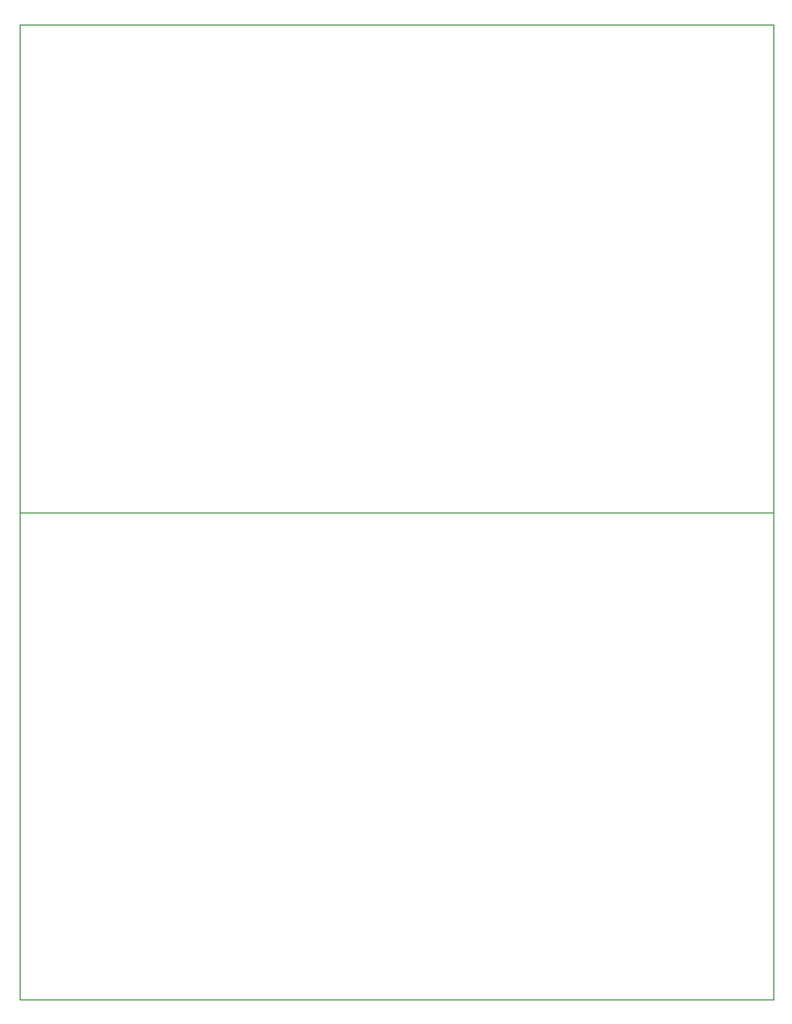
<source format=gm1>
G04 #@! TF.FileFunction,Profile,NP*
%FSLAX46Y46*%
G04 Gerber Fmt 4.6, Leading zero omitted, Abs format (unit mm)*
G04 Created by KiCad (PCBNEW 4.0.7-e2-6376~58~ubuntu14.04.1) date Thu Jan 18 15:12:55 2018*
%MOMM*%
%LPD*%
G01*
G04 APERTURE LIST*
%ADD10C,0.100000*%
G04 APERTURE END LIST*
D10*
X180000000Y-32200000D02*
X180000000Y-116200000D01*
X115000000Y-32200000D02*
X180000000Y-32200000D01*
X115000000Y-116200000D02*
X115000000Y-32200000D01*
X180000000Y-116200000D02*
X115000000Y-116200000D01*
X115000000Y-74200000D02*
X180000000Y-74200000D01*
M02*

</source>
